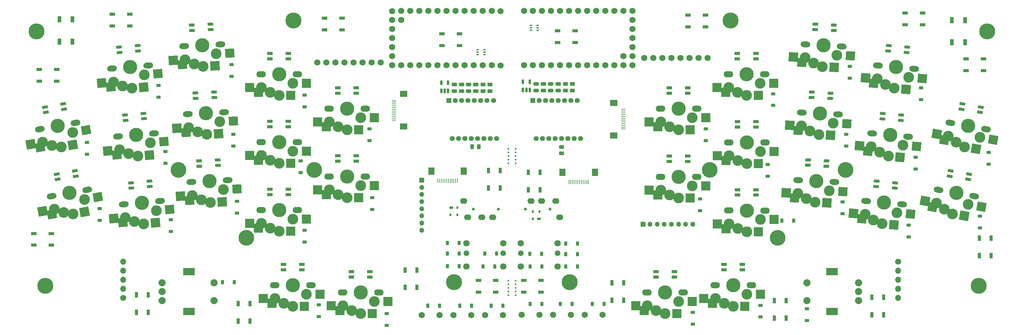
<source format=gbr>
%TF.GenerationSoftware,KiCad,Pcbnew,(7.0.0)*%
%TF.CreationDate,2023-02-20T10:05:00+01:00*%
%TF.ProjectId,wired-split,77697265-642d-4737-906c-69742e6b6963,rev?*%
%TF.SameCoordinates,Original*%
%TF.FileFunction,Soldermask,Bot*%
%TF.FilePolarity,Negative*%
%FSLAX46Y46*%
G04 Gerber Fmt 4.6, Leading zero omitted, Abs format (unit mm)*
G04 Created by KiCad (PCBNEW (7.0.0)) date 2023-02-20 10:05:00*
%MOMM*%
%LPD*%
G01*
G04 APERTURE LIST*
G04 Aperture macros list*
%AMRoundRect*
0 Rectangle with rounded corners*
0 $1 Rounding radius*
0 $2 $3 $4 $5 $6 $7 $8 $9 X,Y pos of 4 corners*
0 Add a 4 corners polygon primitive as box body*
4,1,4,$2,$3,$4,$5,$6,$7,$8,$9,$2,$3,0*
0 Add four circle primitives for the rounded corners*
1,1,$1+$1,$2,$3*
1,1,$1+$1,$4,$5*
1,1,$1+$1,$6,$7*
1,1,$1+$1,$8,$9*
0 Add four rect primitives between the rounded corners*
20,1,$1+$1,$2,$3,$4,$5,0*
20,1,$1+$1,$4,$5,$6,$7,0*
20,1,$1+$1,$6,$7,$8,$9,0*
20,1,$1+$1,$8,$9,$2,$3,0*%
%AMHorizOval*
0 Thick line with rounded ends*
0 $1 width*
0 $2 $3 position (X,Y) of the first rounded end (center of the circle)*
0 $4 $5 position (X,Y) of the second rounded end (center of the circle)*
0 Add line between two ends*
20,1,$1,$2,$3,$4,$5,0*
0 Add two circle primitives to create the rounded ends*
1,1,$1,$2,$3*
1,1,$1,$4,$5*%
%AMRotRect*
0 Rectangle, with rotation*
0 The origin of the aperture is its center*
0 $1 length*
0 $2 width*
0 $3 Rotation angle, in degrees counterclockwise*
0 Add horizontal line*
21,1,$1,$2,0,0,$3*%
G04 Aperture macros list end*
%ADD10C,4.500000*%
%ADD11RoundRect,0.082000X-0.699850X0.365128X-0.734182X-0.289973X0.699850X-0.365128X0.734182X0.289973X0*%
%ADD12RoundRect,0.082000X-0.718000X0.328000X-0.718000X-0.328000X0.718000X-0.328000X0.718000X0.328000X0*%
%ADD13RoundRect,0.082000X-0.734182X0.289973X-0.699850X-0.365128X0.734182X-0.289973X0.699850X0.365128X0*%
%ADD14RoundRect,0.082000X-0.686681X0.389330X-0.743855X-0.264174X0.686681X-0.389330X0.743855X0.264174X0*%
%ADD15RoundRect,0.082000X-0.743855X0.264174X-0.686681X-0.389330X0.743855X-0.264174X0.686681X0.389330X0*%
%ADD16RoundRect,0.082000X-0.650135X0.447696X-0.764049X-0.198338X0.650135X-0.447696X0.764049X0.198338X0*%
%ADD17RoundRect,0.082000X-0.764049X0.198338X-0.650135X-0.447696X0.764049X-0.198338X0.650135X0.447696X0*%
%ADD18C,4.400000*%
%ADD19HorizOval,1.701800X-0.492404X0.086824X0.492404X-0.086824X0*%
%ADD20C,3.000000*%
%ADD21C,3.987800*%
%ADD22RotRect,2.550000X2.500000X170.000000*%
%ADD23RotRect,2.600000X2.600000X170.000000*%
%ADD24C,2.000000*%
%ADD25R,3.200000X2.000000*%
%ADD26R,1.350000X1.350000*%
%ADD27O,1.350000X1.350000*%
%ADD28HorizOval,1.701800X-0.498097X-0.043578X0.498097X0.043578X0*%
%ADD29RotRect,2.550000X2.500000X185.000000*%
%ADD30RotRect,2.600000X2.600000X185.000000*%
%ADD31C,1.752600*%
%ADD32C,0.500000*%
%ADD33HorizOval,1.701800X-0.499315X-0.026168X0.499315X0.026168X0*%
%ADD34RotRect,2.550000X2.500000X183.000000*%
%ADD35RotRect,2.600000X2.600000X183.000000*%
%ADD36O,2.701800X1.701800*%
%ADD37R,2.550000X2.500000*%
%ADD38R,2.600000X2.600000*%
%ADD39C,1.700000*%
%ADD40O,1.700000X1.700000*%
%ADD41HorizOval,1.701800X-0.498097X0.043578X0.498097X-0.043578X0*%
%ADD42RotRect,2.550000X2.500000X175.000000*%
%ADD43RotRect,2.600000X2.600000X175.000000*%
%ADD44HorizOval,1.701800X-0.499315X0.026168X0.499315X-0.026168X0*%
%ADD45RotRect,2.550000X2.500000X177.000000*%
%ADD46RotRect,2.600000X2.600000X177.000000*%
%ADD47C,1.800000*%
%ADD48C,1.600000*%
%ADD49C,0.800000*%
%ADD50O,2.000000X1.600000*%
%ADD51HorizOval,1.701800X-0.492404X-0.086824X0.492404X0.086824X0*%
%ADD52RotRect,2.550000X2.500000X190.000000*%
%ADD53RotRect,2.600000X2.600000X190.000000*%
%ADD54RoundRect,0.225000X-0.375000X0.225000X-0.375000X-0.225000X0.375000X-0.225000X0.375000X0.225000X0*%
%ADD55RoundRect,0.250000X-0.450000X0.262500X-0.450000X-0.262500X0.450000X-0.262500X0.450000X0.262500X0*%
%ADD56RoundRect,0.225000X-0.225000X-0.375000X0.225000X-0.375000X0.225000X0.375000X-0.225000X0.375000X0*%
%ADD57RoundRect,0.250000X0.475000X-0.250000X0.475000X0.250000X-0.475000X0.250000X-0.475000X-0.250000X0*%
%ADD58R,0.900000X1.500000*%
%ADD59RoundRect,0.250000X-0.475000X0.250000X-0.475000X-0.250000X0.475000X-0.250000X0.475000X0.250000X0*%
%ADD60R,1.500000X0.900000*%
%ADD61RoundRect,0.225000X0.225000X0.375000X-0.225000X0.375000X-0.225000X-0.375000X0.225000X-0.375000X0*%
%ADD62R,0.650000X0.400000*%
%ADD63R,0.280000X1.250000*%
%ADD64R,1.800000X2.000000*%
%ADD65R,1.250000X0.280000*%
%ADD66R,2.000000X1.800000*%
%ADD67R,1.000000X0.700000*%
%ADD68R,0.600000X0.700000*%
%ADD69RoundRect,0.250000X0.450000X-0.262500X0.450000X0.262500X-0.450000X0.262500X-0.450000X-0.262500X0*%
%ADD70R,1.100000X1.800000*%
%ADD71R,1.400000X1.400000*%
%ADD72C,1.400000*%
%ADD73RoundRect,0.250000X0.262500X0.450000X-0.262500X0.450000X-0.262500X-0.450000X0.262500X-0.450000X0*%
%ADD74RoundRect,0.150000X0.150000X-0.512500X0.150000X0.512500X-0.150000X0.512500X-0.150000X-0.512500X0*%
G04 APERTURE END LIST*
D10*
%TO.C,*%
X84328000Y-156464000D03*
%TD*%
D11*
%TO.C,D84*%
X298290533Y-121139545D03*
X298212029Y-122637490D03*
X303404902Y-122909637D03*
X303483406Y-121411692D03*
%TD*%
D12*
%TO.C,D36*%
X147316505Y-129379287D03*
X147316505Y-130879287D03*
X152516505Y-130879287D03*
X152516505Y-129379287D03*
%TD*%
D11*
%TO.C,D62*%
X299325039Y-102142980D03*
X299246535Y-103640925D03*
X304439408Y-103913072D03*
X304517912Y-102415127D03*
%TD*%
D12*
%TO.C,D26*%
X147316505Y-91279287D03*
X147316505Y-92779287D03*
X152516505Y-92779287D03*
X152516505Y-91279287D03*
%TD*%
D11*
%TO.C,D68*%
X300331187Y-83061765D03*
X300252683Y-84559710D03*
X305445556Y-84831857D03*
X305524060Y-83333912D03*
%TD*%
D13*
%TO.C,D29*%
X125432950Y-83327350D03*
X125511454Y-84825295D03*
X130704327Y-84553148D03*
X130625823Y-83055203D03*
%TD*%
D12*
%TO.C,D33*%
X166366505Y-119965287D03*
X166366505Y-121465287D03*
X171566505Y-121465287D03*
X171566505Y-119965287D03*
%TD*%
D14*
%TO.C,D56*%
X317501872Y-127104689D03*
X317371138Y-128598981D03*
X322551351Y-129052191D03*
X322682084Y-127557899D03*
%TD*%
D15*
%TO.C,D23*%
X106694677Y-108555130D03*
X106825410Y-110049422D03*
X112005623Y-109596212D03*
X111874889Y-108101920D03*
%TD*%
D12*
%TO.C,D70*%
X255582505Y-152515903D03*
X255582505Y-154015903D03*
X260782505Y-154015903D03*
X260782505Y-152515903D03*
%TD*%
D15*
%TO.C,D32*%
X105024281Y-89528077D03*
X105155014Y-91022369D03*
X110335227Y-90569159D03*
X110204493Y-89074867D03*
%TD*%
D13*
%TO.C,D40*%
X127462714Y-121430780D03*
X127541218Y-122928725D03*
X132734091Y-122656578D03*
X132655587Y-121158633D03*
%TD*%
D12*
%TO.C,D30*%
X147316505Y-110329287D03*
X147316505Y-111829287D03*
X152516505Y-111829287D03*
X152516505Y-110329287D03*
%TD*%
D16*
%TO.C,D83*%
X338287670Y-124227760D03*
X338027197Y-125704971D03*
X343148198Y-126607942D03*
X343408670Y-125130730D03*
%TD*%
D12*
%TO.C,D31*%
X170184505Y-152509287D03*
X170184505Y-154009287D03*
X175384505Y-154009287D03*
X175384505Y-152509287D03*
%TD*%
%TO.C,D69*%
X278472351Y-110407938D03*
X278472351Y-111907938D03*
X283672351Y-111907938D03*
X283672351Y-110407938D03*
%TD*%
D16*
%TO.C,D81*%
X341594374Y-105432888D03*
X341333901Y-106910099D03*
X346454902Y-107813070D03*
X346715374Y-106335858D03*
%TD*%
D13*
%TO.C,D27*%
X126452090Y-102377149D03*
X126530594Y-103875094D03*
X131723467Y-103602947D03*
X131644963Y-102105002D03*
%TD*%
D12*
%TO.C,D82*%
X278463509Y-129514011D03*
X278463509Y-131014011D03*
X283663509Y-131014011D03*
X283663509Y-129514011D03*
%TD*%
D17*
%TO.C,D39*%
X87539636Y-125125343D03*
X87800108Y-126602555D03*
X92921109Y-125699584D03*
X92660636Y-124222373D03*
%TD*%
D15*
%TO.C,D24*%
X108340439Y-127575363D03*
X108471172Y-129069655D03*
X113651385Y-128616445D03*
X113520651Y-127122153D03*
%TD*%
D12*
%TO.C,D22*%
X166366505Y-100915287D03*
X166366505Y-102415287D03*
X171566505Y-102415287D03*
X171566505Y-100915287D03*
%TD*%
%TO.C,D76*%
X259342504Y-120061217D03*
X259342504Y-121561217D03*
X264542504Y-121561217D03*
X264542504Y-120061217D03*
%TD*%
%TO.C,D61*%
X278422505Y-91285903D03*
X278422505Y-92785903D03*
X283622505Y-92785903D03*
X283622505Y-91285903D03*
%TD*%
D14*
%TO.C,D55*%
X319206808Y-108126314D03*
X319076074Y-109620606D03*
X324256287Y-110073816D03*
X324387020Y-108579524D03*
%TD*%
D12*
%TO.C,D63*%
X274662505Y-150477287D03*
X274662505Y-151977287D03*
X279862505Y-151977287D03*
X279862505Y-150477287D03*
%TD*%
D17*
%TO.C,D35*%
X84237636Y-106329343D03*
X84498108Y-107806555D03*
X89619109Y-106903584D03*
X89358636Y-105426373D03*
%TD*%
D12*
%TO.C,D54*%
X259342505Y-100921903D03*
X259342505Y-102421903D03*
X264542505Y-102421903D03*
X264542505Y-100921903D03*
%TD*%
D14*
%TO.C,D75*%
X320860517Y-89081410D03*
X320729783Y-90575702D03*
X325909996Y-91028912D03*
X326040729Y-89534620D03*
%TD*%
D12*
%TO.C,D28*%
X151134505Y-150477287D03*
X151134505Y-151977287D03*
X156334505Y-151977287D03*
X156334505Y-150477287D03*
%TD*%
D18*
%TO.C,REF\u002A\u002A*%
X121666000Y-123952000D03*
X140716000Y-143002000D03*
X159766000Y-123952000D03*
%TD*%
D19*
%TO.C,SW22*%
X344837936Y-131306707D03*
D20*
X343146852Y-133583685D03*
X338799645Y-136283119D03*
D21*
X339832851Y-130423513D03*
D20*
X336452257Y-134982431D03*
X334260582Y-133245462D03*
D19*
X334832977Y-129538540D03*
D22*
X333197471Y-134411883D03*
D23*
X331035335Y-132676763D03*
D22*
X346898969Y-134245284D03*
D23*
X342024890Y-136851816D03*
%TD*%
D24*
%TO.C,SW39*%
X312442505Y-160585287D03*
X312442505Y-155585287D03*
X312442505Y-158085287D03*
D25*
X304942504Y-163685286D03*
X304942504Y-152485286D03*
D24*
X297942505Y-155585287D03*
X297942505Y-160585287D03*
%TD*%
D26*
%TO.C,J9*%
X189913095Y-126857999D03*
D27*
X189913095Y-128857999D03*
X189913095Y-130857999D03*
X189913095Y-132857999D03*
X189913095Y-134857999D03*
X189913095Y-136857999D03*
X189913095Y-138857999D03*
X189913095Y-140857999D03*
%TD*%
D28*
%TO.C,SW6*%
X114853914Y-113697534D03*
D20*
X113809778Y-116334611D03*
X110309363Y-120067204D03*
D21*
X109790786Y-114139846D03*
D20*
X107705318Y-119418385D03*
X105138762Y-118307849D03*
D28*
X104732231Y-114579090D03*
D29*
X104413767Y-119709678D03*
D30*
X101876223Y-118593283D03*
D29*
X117605279Y-116002547D03*
D30*
X113571901Y-119781768D03*
%TD*%
D31*
%TO.C,SW27*%
X217902505Y-164581287D03*
X222902505Y-164581287D03*
%TD*%
D32*
%TO.C,mouse-bite-2mm-slot*%
X214226505Y-118049287D03*
X214226505Y-119065287D03*
X214226505Y-120081287D03*
X214226505Y-121097287D03*
X214226505Y-122113287D03*
X216258505Y-118049287D03*
X216258505Y-119065287D03*
X216258505Y-120081287D03*
X216258505Y-121097287D03*
X216258505Y-122113287D03*
%TD*%
D33*
%TO.C,SW11*%
X135437513Y-126854805D03*
D20*
X134301981Y-129453836D03*
X130673432Y-133061992D03*
D21*
X130362033Y-127120147D03*
D20*
X128093617Y-132322688D03*
X125567381Y-131123258D03*
D33*
X125291230Y-127382583D03*
D34*
X124793905Y-132498930D03*
D35*
X122296868Y-131294657D03*
D34*
X138106758Y-129254435D03*
D35*
X133943944Y-132890591D03*
%TD*%
D36*
%TO.C,SW13*%
X154996504Y-97113247D03*
D20*
X153726505Y-99649287D03*
X149914093Y-103062595D03*
D21*
X149914093Y-97112595D03*
D20*
X147376505Y-102189287D03*
X144916505Y-100859287D03*
D36*
X144836504Y-97109286D03*
D37*
X144072092Y-102192594D03*
D38*
X141641504Y-100859286D03*
D37*
X157536504Y-99649286D03*
D38*
X153189093Y-103062594D03*
%TD*%
D31*
%TO.C,U7*%
X221059255Y-94617287D03*
X223599255Y-94617287D03*
X226139255Y-94617287D03*
X228679255Y-94617287D03*
X231219255Y-94617287D03*
X233759255Y-94617287D03*
X236299255Y-94617287D03*
X238839255Y-94617287D03*
X241379255Y-94617287D03*
X243919255Y-94617287D03*
X246459255Y-94617287D03*
X248999255Y-94597287D03*
X248999255Y-79377287D03*
X246459255Y-79377287D03*
X243919255Y-79377287D03*
X241379255Y-79377287D03*
X238839255Y-79377287D03*
X236299255Y-79377287D03*
X233759255Y-79377287D03*
X231219255Y-79377287D03*
X228679255Y-79377287D03*
X226139255Y-79377287D03*
X223599255Y-79377287D03*
X221059255Y-79377287D03*
X248999255Y-92077287D03*
X248999255Y-89537287D03*
X248999255Y-86997287D03*
X248999255Y-84457287D03*
X248999255Y-81917287D03*
X246459255Y-92077287D03*
X218629255Y-94597287D03*
X218629255Y-79357287D03*
%TD*%
D10*
%TO.C,*%
X231394000Y-155448000D03*
%TD*%
%TO.C,*%
X348488000Y-85090000D03*
%TD*%
D18*
%TO.C,REF\u002A\u002A*%
X270666000Y-123952000D03*
X289716000Y-143002000D03*
X308766000Y-123952000D03*
%TD*%
D10*
%TO.C,*%
X81900000Y-85090000D03*
%TD*%
D31*
%TO.C,SW35*%
X235650505Y-164581287D03*
X240650505Y-164581287D03*
%TD*%
%TO.C,SW8*%
X207670505Y-164689287D03*
X212670505Y-164689287D03*
%TD*%
D24*
%TO.C,SW21*%
X117128505Y-155585287D03*
X117128505Y-160585287D03*
X117128505Y-158085287D03*
D25*
X124628504Y-152485286D03*
X124628504Y-163685286D03*
D24*
X131628505Y-160585287D03*
X131628505Y-155585287D03*
%TD*%
D31*
%TO.C,SW16*%
X189922505Y-164689287D03*
X194922505Y-164689287D03*
%TD*%
D36*
%TO.C,SW3*%
X158814504Y-156311247D03*
D20*
X157544505Y-158847287D03*
X153732093Y-162260595D03*
D21*
X153732093Y-156310595D03*
D20*
X151194505Y-161387287D03*
X148734505Y-160057287D03*
D36*
X148654504Y-156307286D03*
D37*
X147890092Y-161390594D03*
D38*
X145459504Y-160057286D03*
D37*
X161354504Y-158847286D03*
D38*
X157007093Y-162260594D03*
%TD*%
D10*
%TO.C,*%
X346116000Y-156464000D03*
%TD*%
D39*
%TO.C,U5*%
X106214505Y-159863287D03*
D40*
X106214504Y-157323286D03*
X106214504Y-154783286D03*
X106214504Y-152243286D03*
X106214504Y-149703286D03*
%TD*%
D36*
%TO.C,SW33*%
X286152350Y-116241898D03*
D20*
X284882351Y-118777938D03*
X281069939Y-122191246D03*
D21*
X281069939Y-116241246D03*
D20*
X278532351Y-121317938D03*
X276072351Y-119987938D03*
D36*
X275992350Y-116237937D03*
D37*
X275227938Y-121321245D03*
D38*
X272797350Y-119987937D03*
D37*
X288692350Y-118777937D03*
D38*
X284344939Y-122191245D03*
%TD*%
D41*
%TO.C,SW25*%
X326349119Y-114607430D03*
D20*
X324862922Y-117023132D03*
X320767528Y-120091178D03*
D21*
X321286105Y-114163819D03*
D20*
X318315710Y-119000027D03*
X315980988Y-117460685D03*
D41*
X316228126Y-113717982D03*
D42*
X315023583Y-118715323D03*
D43*
X312718450Y-117175249D03*
D42*
X328658423Y-117355194D03*
D43*
X324030066Y-120376612D03*
%TD*%
D41*
%TO.C,SW26*%
X324644183Y-133585805D03*
D20*
X323157986Y-136001507D03*
X319062592Y-139069553D03*
D21*
X319581169Y-133142194D03*
D20*
X316610774Y-137978402D03*
X314276052Y-136439060D03*
D41*
X314523190Y-132696357D03*
D42*
X313318647Y-137693698D03*
D43*
X311013514Y-136153624D03*
D42*
X326953487Y-136333569D03*
D43*
X322325130Y-139354987D03*
%TD*%
D36*
%TO.C,SW34*%
X286143508Y-135347971D03*
D20*
X284873509Y-137884011D03*
X281061097Y-141297319D03*
D21*
X281061097Y-135347319D03*
D20*
X278523509Y-140424011D03*
X276063509Y-139094011D03*
D36*
X275983508Y-135344010D03*
D37*
X275219096Y-140427318D03*
D38*
X272788508Y-139094010D03*
D37*
X288683508Y-137884010D03*
D38*
X284336097Y-141297318D03*
%TD*%
D32*
%TO.C,mouse-bite-2mm-slot*%
X214226505Y-155049287D03*
X214226505Y-156065287D03*
X214226505Y-157081287D03*
X214226505Y-158097287D03*
X214226505Y-159113287D03*
X216258505Y-155049287D03*
X216258505Y-156065287D03*
X216258505Y-157081287D03*
X216258505Y-158097287D03*
X216258505Y-159113287D03*
%TD*%
D36*
%TO.C,SW19*%
X177864504Y-158343247D03*
D20*
X176594505Y-160879287D03*
X172782093Y-164292595D03*
D21*
X172782093Y-158342595D03*
D20*
X170244505Y-163419287D03*
X167784505Y-162089287D03*
D36*
X167704504Y-158339286D03*
D37*
X166940092Y-163422594D03*
D38*
X164509504Y-162089286D03*
D37*
X180404504Y-160879286D03*
D38*
X176057093Y-164292594D03*
%TD*%
D31*
%TO.C,J1*%
X160584504Y-93857300D03*
X163124506Y-93857301D03*
X165664504Y-93857300D03*
X168204504Y-93857300D03*
X170744505Y-93857301D03*
X173284505Y-93857302D03*
X175824505Y-93857301D03*
X178364504Y-93857301D03*
%TD*%
D41*
%TO.C,SW24*%
X328002828Y-95562526D03*
D20*
X326516631Y-97978228D03*
X322421237Y-101046274D03*
D21*
X322939814Y-95118915D03*
D20*
X319969419Y-99955123D03*
X317634697Y-98415781D03*
D41*
X317881835Y-94673078D03*
D42*
X316677292Y-99670419D03*
D43*
X314372159Y-98130345D03*
D42*
X330312132Y-98310290D03*
D43*
X325683775Y-101331708D03*
%TD*%
D36*
%TO.C,SW23*%
X282342504Y-156311247D03*
D20*
X281072505Y-158847287D03*
X277260093Y-162260595D03*
D21*
X277260093Y-156310595D03*
D20*
X274722505Y-161387287D03*
X272262505Y-160057287D03*
D36*
X272182504Y-156307286D03*
D37*
X271418092Y-161390594D03*
D38*
X268987504Y-160057286D03*
D37*
X284882504Y-158847286D03*
D38*
X280535093Y-162260594D03*
%TD*%
D28*
%TO.C,SW7*%
X116499676Y-132717767D03*
D20*
X115455540Y-135354844D03*
X111955125Y-139087437D03*
D21*
X111436548Y-133160079D03*
D20*
X109351080Y-138438618D03*
X106784524Y-137328082D03*
D28*
X106377993Y-133599323D03*
D29*
X106059529Y-138729911D03*
D30*
X103521985Y-137613516D03*
D29*
X119251041Y-135022780D03*
D30*
X115217663Y-138802001D03*
%TD*%
D36*
%TO.C,SW38*%
X263262504Y-158349863D03*
D20*
X261992505Y-160885903D03*
X258180093Y-164299211D03*
D21*
X258180093Y-158349211D03*
D20*
X255642505Y-163425903D03*
X253182505Y-162095903D03*
D36*
X253102504Y-158345902D03*
D37*
X252338092Y-163429210D03*
D38*
X249907504Y-162095902D03*
D37*
X265802504Y-160885902D03*
D38*
X261455093Y-164299210D03*
%TD*%
D44*
%TO.C,SW29*%
X306689187Y-108370885D03*
D20*
X305288202Y-110836983D03*
X301302376Y-114046087D03*
D21*
X301613775Y-108104241D03*
D20*
X298813971Y-113041169D03*
X296426949Y-111584245D03*
D44*
X296543318Y-107835196D03*
D45*
X295513914Y-112871532D03*
D46*
X293156437Y-111412844D03*
D45*
X309092980Y-111036382D03*
D46*
X304572888Y-114217486D03*
%TD*%
D47*
%TO.C,HAT2*%
X227992505Y-151039287D03*
D48*
X227992505Y-147339287D03*
D47*
X227992505Y-144539287D03*
X217692505Y-144539287D03*
D48*
X217692505Y-147339287D03*
D47*
X217692505Y-151039287D03*
%TD*%
D33*
%TO.C,SW10*%
X134426889Y-107801174D03*
D20*
X133291357Y-110400205D03*
X129662808Y-114008361D03*
D21*
X129351409Y-108066516D03*
D20*
X127082993Y-113269057D03*
X124556757Y-112069627D03*
D33*
X124280606Y-108328952D03*
D34*
X123783281Y-113445299D03*
D35*
X121286244Y-112241026D03*
D34*
X137096134Y-110200804D03*
D35*
X132933320Y-113836960D03*
%TD*%
D36*
%TO.C,SW36*%
X267022504Y-106755863D03*
D20*
X265752505Y-109291903D03*
X261940093Y-112705211D03*
D21*
X261940093Y-106755211D03*
D20*
X259402505Y-111831903D03*
X256942505Y-110501903D03*
D36*
X256862504Y-106751902D03*
D37*
X256098092Y-111835210D03*
D38*
X253667504Y-110501902D03*
D37*
X269562504Y-109291902D03*
D38*
X265215093Y-112705210D03*
%TD*%
D19*
%TO.C,SW4*%
X348144640Y-112511835D03*
D20*
X346453556Y-114788813D03*
X342106349Y-117488247D03*
D21*
X343139555Y-111628641D03*
D20*
X339758961Y-116187559D03*
X337567286Y-114450590D03*
D19*
X338139681Y-110743668D03*
D22*
X336504175Y-115617011D03*
D23*
X334342039Y-113881891D03*
D22*
X350205673Y-115450412D03*
D23*
X345331594Y-118056944D03*
%TD*%
D31*
%TO.C,SW31*%
X226776505Y-164581287D03*
X231776505Y-164581287D03*
%TD*%
D44*
%TO.C,SW28*%
X307695335Y-89289670D03*
D20*
X306294350Y-91755768D03*
X302308524Y-94964872D03*
D21*
X302619923Y-89023026D03*
D20*
X299820119Y-93959954D03*
X297433097Y-92503030D03*
D44*
X297549466Y-88753981D03*
D45*
X296520062Y-93790317D03*
D46*
X294162585Y-92331629D03*
D45*
X310099128Y-91955167D03*
D46*
X305579036Y-95136271D03*
%TD*%
D36*
%TO.C,SW18*%
X174046504Y-125799247D03*
D20*
X172776505Y-128335287D03*
X168964093Y-131748595D03*
D21*
X168964093Y-125798595D03*
D20*
X166426505Y-130875287D03*
X163966505Y-129545287D03*
D36*
X163886504Y-125795286D03*
D37*
X163122092Y-130878594D03*
D38*
X160691504Y-129545286D03*
D37*
X176586504Y-128335286D03*
D38*
X172239093Y-131748594D03*
%TD*%
D36*
%TO.C,SW32*%
X286102504Y-97119863D03*
D20*
X284832505Y-99655903D03*
X281020093Y-103069211D03*
D21*
X281020093Y-97119211D03*
D20*
X278482505Y-102195903D03*
X276022505Y-100865903D03*
D36*
X275942504Y-97115902D03*
D37*
X275178092Y-102199210D03*
D38*
X272747504Y-100865902D03*
D37*
X288642504Y-99655902D03*
D38*
X284295093Y-103069210D03*
%TD*%
D10*
%TO.C,*%
X199014000Y-155448000D03*
%TD*%
D28*
%TO.C,SW5*%
X113183518Y-94670481D03*
D20*
X112139382Y-97307558D03*
X108638967Y-101040151D03*
D21*
X108120390Y-95112793D03*
D20*
X106034922Y-100391332D03*
X103468366Y-99280796D03*
D28*
X103061835Y-95552037D03*
D29*
X102743371Y-100682625D03*
D30*
X100205827Y-99566230D03*
D29*
X115934883Y-96975494D03*
D30*
X111901505Y-100754715D03*
%TD*%
D36*
%TO.C,SW17*%
X174046504Y-106749247D03*
D20*
X172776505Y-109285287D03*
X168964093Y-112698595D03*
D21*
X168964093Y-106748595D03*
D20*
X166426505Y-111825287D03*
X163966505Y-110495287D03*
D36*
X163886504Y-106745286D03*
D37*
X163122092Y-111828594D03*
D38*
X160691504Y-110495286D03*
D37*
X176586504Y-109285286D03*
D38*
X172239093Y-112698594D03*
%TD*%
D10*
%TO.C,*%
X153924000Y-82042000D03*
%TD*%
D49*
%TO.C,J2*%
X211384505Y-134971287D03*
X204384505Y-134971287D03*
D50*
X206784504Y-137271286D03*
X209784504Y-137271286D03*
X201684504Y-132671286D03*
X202784504Y-137271286D03*
%TD*%
D51*
%TO.C,SW1*%
X92814015Y-110741054D03*
D20*
X92003689Y-113459099D03*
X88841911Y-117482570D03*
D21*
X87808704Y-111622964D03*
D20*
X86191226Y-117063177D03*
X83537647Y-116180557D03*
D51*
X82807681Y-112501419D03*
D52*
X82937589Y-117640239D03*
D53*
X80312401Y-116749254D03*
D52*
X95755805Y-112797499D03*
D53*
X92067156Y-116913871D03*
%TD*%
D39*
%TO.C,U6*%
X323542505Y-149703287D03*
D40*
X323542504Y-152243286D03*
X323542504Y-154783286D03*
X323542504Y-157323286D03*
X323542504Y-159863286D03*
%TD*%
D36*
%TO.C,SW14*%
X154996504Y-116163247D03*
D20*
X153726505Y-118699287D03*
X149914093Y-122112595D03*
D21*
X149914093Y-116162595D03*
D20*
X147376505Y-121239287D03*
X144916505Y-119909287D03*
D36*
X144836504Y-116159286D03*
D37*
X144072092Y-121242594D03*
D38*
X141641504Y-119909286D03*
D37*
X157536504Y-118699286D03*
D38*
X153189093Y-122112594D03*
%TD*%
D36*
%TO.C,SW15*%
X154996504Y-135213247D03*
D20*
X153726505Y-137749287D03*
X149914093Y-141162595D03*
D21*
X149914093Y-135212595D03*
D20*
X147376505Y-140289287D03*
X144916505Y-138959287D03*
D36*
X144836504Y-135209286D03*
D37*
X144072092Y-140292594D03*
D38*
X141641504Y-138959286D03*
D37*
X157536504Y-137749286D03*
D38*
X153189093Y-141162594D03*
%TD*%
D36*
%TO.C,SW37*%
X267022503Y-125895177D03*
D20*
X265752504Y-128431217D03*
X261940092Y-131844525D03*
D21*
X261940092Y-125894525D03*
D20*
X259402504Y-130971217D03*
X256942504Y-129641217D03*
D36*
X256862503Y-125891216D03*
D37*
X256098091Y-130974524D03*
D38*
X253667503Y-129641216D03*
D37*
X269562503Y-128431216D03*
D38*
X265215092Y-131844524D03*
%TD*%
D26*
%TO.C,J10*%
X251937999Y-139191999D03*
D27*
X253937999Y-139191999D03*
X255937999Y-139191999D03*
X257937999Y-139191999D03*
X259937999Y-139191999D03*
X261937999Y-139191999D03*
X263937999Y-139191999D03*
X265937999Y-139191999D03*
%TD*%
D44*
%TO.C,SW30*%
X305654681Y-127367450D03*
D20*
X304253696Y-129833548D03*
X300267870Y-133042652D03*
D21*
X300579269Y-127100806D03*
D20*
X297779465Y-132037734D03*
X295392443Y-130580810D03*
D44*
X295508812Y-126831761D03*
D45*
X294479408Y-131868097D03*
D46*
X292121931Y-130409409D03*
D45*
X308058474Y-130032947D03*
D46*
X303538382Y-133214051D03*
%TD*%
D31*
%TO.C,J7*%
X252282504Y-92581286D03*
X254822506Y-92581287D03*
X257362504Y-92581286D03*
X259902504Y-92581286D03*
X262442505Y-92581287D03*
X264982505Y-92581288D03*
X267522505Y-92581287D03*
X270062504Y-92581287D03*
%TD*%
D10*
%TO.C,*%
X276508000Y-82042000D03*
%TD*%
D49*
%TO.C,J5*%
X218930005Y-134971287D03*
X225930005Y-134971287D03*
D50*
X223530004Y-132671286D03*
X220530004Y-132671286D03*
X228630004Y-137271286D03*
X227530004Y-132671286D03*
%TD*%
D33*
%TO.C,SW9*%
X133407749Y-88751375D03*
D20*
X132272217Y-91350406D03*
X128643668Y-94958562D03*
D21*
X128332269Y-89016717D03*
D20*
X126063853Y-94219258D03*
X123537617Y-93019828D03*
D33*
X123261466Y-89279153D03*
D34*
X122764141Y-94395500D03*
D35*
X120267104Y-93191227D03*
D34*
X136076994Y-91151005D03*
D35*
X131914180Y-94787161D03*
%TD*%
D51*
%TO.C,SW2*%
X96116015Y-129537054D03*
D20*
X95305689Y-132255099D03*
X92143911Y-136278570D03*
D21*
X91110704Y-130418964D03*
D20*
X89493226Y-135859177D03*
X86839647Y-134976557D03*
D51*
X86109681Y-131297419D03*
D52*
X86239589Y-136436239D03*
D53*
X83614401Y-135545254D03*
D52*
X99057805Y-131593499D03*
D53*
X95369156Y-135709871D03*
%TD*%
D31*
%TO.C,U1*%
X209582505Y-79377287D03*
X207042505Y-79377287D03*
X204502505Y-79377287D03*
X201962505Y-79377287D03*
X199422505Y-79377287D03*
X196882505Y-79377287D03*
X194342505Y-79377287D03*
X191802505Y-79377287D03*
X189262505Y-79377287D03*
X186722505Y-79377287D03*
X184182505Y-79377287D03*
X181642505Y-79397287D03*
X181642505Y-94617287D03*
X184182505Y-94617287D03*
X186722505Y-94617287D03*
X189262505Y-94617287D03*
X191802505Y-94617287D03*
X194342505Y-94617287D03*
X196882505Y-94617287D03*
X199422505Y-94617287D03*
X201962505Y-94617287D03*
X204502505Y-94617287D03*
X207042505Y-94617287D03*
X209582505Y-94617287D03*
X181642505Y-81917287D03*
X181642505Y-84457287D03*
X181642505Y-86997287D03*
X181642505Y-89537287D03*
X181642505Y-92077287D03*
X184182505Y-81917287D03*
X212012505Y-79397287D03*
X212012505Y-94637287D03*
%TD*%
%TO.C,SW12*%
X198796505Y-164689287D03*
X203796505Y-164689287D03*
%TD*%
D54*
%TO.C,D80*%
X297942000Y-162942000D03*
X297942000Y-166242000D03*
%TD*%
D55*
%TO.C,R4*%
X232185331Y-99850500D03*
X232185331Y-101675500D03*
%TD*%
D54*
%TO.C,D10*%
X137060505Y-113931287D03*
X137060505Y-117231287D03*
%TD*%
%TO.C,D14*%
X155956000Y-121414000D03*
X155956000Y-124714000D03*
%TD*%
D56*
%TO.C,D89*%
X230292505Y-144581287D03*
X233592505Y-144581287D03*
%TD*%
D57*
%TO.C,C1*%
X205060505Y-101881287D03*
X205060505Y-99981287D03*
%TD*%
D58*
%TO.C,D38*%
X109910504Y-158981286D03*
X113210504Y-158981286D03*
X113210504Y-163881286D03*
X109910504Y-163881286D03*
%TD*%
D59*
%TO.C,C4*%
X199060505Y-99981287D03*
X199060505Y-101881287D03*
%TD*%
D54*
%TO.C,D11*%
X138060505Y-132781287D03*
X138060505Y-136081287D03*
%TD*%
D56*
%TO.C,D90*%
X220224803Y-147475493D03*
X223524803Y-147475493D03*
%TD*%
D54*
%TO.C,D1*%
X96060505Y-116281287D03*
X96060505Y-119581287D03*
%TD*%
D60*
%TO.C,D95*%
X330392504Y-79931286D03*
X330392504Y-83231286D03*
X325492504Y-83231286D03*
X325492504Y-79931286D03*
%TD*%
D54*
%TO.C,D53*%
X284942505Y-161931287D03*
X284942505Y-165231287D03*
%TD*%
D61*
%TO.C,D45*%
X210892505Y-147431287D03*
X207592505Y-147431287D03*
%TD*%
D54*
%TO.C,D65*%
X308942505Y-113931287D03*
X308942505Y-117231287D03*
%TD*%
D62*
%TO.C,U2*%
X205610504Y-91581286D03*
X205610504Y-90931286D03*
X205610504Y-90281286D03*
X207510504Y-90281286D03*
X207510504Y-90931286D03*
X207510504Y-91581286D03*
%TD*%
D58*
%TO.C,D99*%
X346292504Y-143131286D03*
X349592504Y-143131286D03*
X349592504Y-148031286D03*
X346292504Y-148031286D03*
%TD*%
D63*
%TO.C,J4*%
X194423392Y-126999999D03*
X194923392Y-126999999D03*
X195423392Y-126999999D03*
X195923392Y-126999999D03*
X196423392Y-126999999D03*
X196923392Y-126999999D03*
X197423392Y-126999999D03*
X197923392Y-126999999D03*
X198423392Y-126999999D03*
X198923392Y-126999999D03*
X199423392Y-126999999D03*
X199923392Y-126999999D03*
D64*
X201723392Y-124275999D03*
X192623392Y-124275999D03*
%TD*%
D65*
%TO.C,J3*%
X182117999Y-104449999D03*
X182117999Y-104949999D03*
X182117999Y-105449999D03*
X182117999Y-105949999D03*
X182117999Y-106449999D03*
X182117999Y-106949999D03*
X182117999Y-107449999D03*
X182117999Y-107949999D03*
X182117999Y-108449999D03*
X182117999Y-108949999D03*
X182117999Y-109449999D03*
X182117999Y-109949999D03*
D66*
X184841999Y-111749999D03*
X184841999Y-102649999D03*
%TD*%
D54*
%TO.C,D47*%
X348942505Y-119081287D03*
X348942505Y-122381287D03*
%TD*%
D58*
%TO.C,D100*%
X316142504Y-159681286D03*
X319442504Y-159681286D03*
X319442504Y-164581286D03*
X316142504Y-164581286D03*
%TD*%
D54*
%TO.C,D72*%
X286942505Y-122431287D03*
X286942505Y-125731287D03*
%TD*%
%TO.C,D17*%
X175242505Y-112431287D03*
X175242505Y-115731287D03*
%TD*%
%TO.C,D18*%
X176060505Y-131781287D03*
X176060505Y-135081287D03*
%TD*%
D60*
%TO.C,D25*%
X108010504Y-80281286D03*
X108010504Y-83581286D03*
X103110504Y-83581286D03*
X103110504Y-80281286D03*
%TD*%
D54*
%TO.C,D71*%
X288442505Y-102581287D03*
X288442505Y-105881287D03*
%TD*%
D56*
%TO.C,D86*%
X230292505Y-147581287D03*
X233592505Y-147581287D03*
%TD*%
D65*
%TO.C,J8*%
X246471999Y-112477999D03*
X246471999Y-111977999D03*
X246471999Y-111477999D03*
X246471999Y-110977999D03*
X246471999Y-110477999D03*
X246471999Y-109977999D03*
X246471999Y-109477999D03*
X246471999Y-108977999D03*
X246471999Y-108477999D03*
X246471999Y-107977999D03*
X246471999Y-107477999D03*
X246471999Y-106977999D03*
D66*
X243747999Y-105177999D03*
X243747999Y-114277999D03*
%TD*%
D61*
%TO.C,D44*%
X200435053Y-144431287D03*
X197135053Y-144431287D03*
%TD*%
D47*
%TO.C,HAT1*%
X202467053Y-151039287D03*
D48*
X202467053Y-147339287D03*
D47*
X202467053Y-144539287D03*
X212767053Y-144539287D03*
D48*
X212767053Y-147339287D03*
D47*
X212767053Y-151039287D03*
%TD*%
D55*
%TO.C,R6*%
X229153372Y-117496732D03*
X229153372Y-119321732D03*
%TD*%
D67*
%TO.C,D41*%
X198188504Y-134581286D03*
D68*
X199888504Y-134581286D03*
X199888504Y-136581286D03*
X197988504Y-136581286D03*
%TD*%
D54*
%TO.C,D66*%
X307942505Y-132931287D03*
X307942505Y-136231287D03*
%TD*%
D61*
%TO.C,D8*%
X212727902Y-162081287D03*
X209427902Y-162081287D03*
%TD*%
D69*
%TO.C,R2*%
X207060505Y-101843787D03*
X207060505Y-100018787D03*
%TD*%
D56*
%TO.C,D93*%
X220292505Y-151081287D03*
X223592505Y-151081287D03*
%TD*%
D54*
%TO.C,D9*%
X136560505Y-94431287D03*
X136560505Y-97731287D03*
%TD*%
D60*
%TO.C,D4*%
X195610504Y-89081286D03*
X195610504Y-85781286D03*
X200510504Y-85781286D03*
X200510504Y-89081286D03*
%TD*%
D61*
%TO.C,D74*%
X241092505Y-161581287D03*
X237792505Y-161581287D03*
%TD*%
D54*
%TO.C,D64*%
X309942505Y-94931287D03*
X309942505Y-98231287D03*
%TD*%
D61*
%TO.C,D42*%
X200435053Y-150931287D03*
X197135053Y-150931287D03*
%TD*%
D70*
%TO.C,SW40*%
X342292504Y-81937999D03*
X342292504Y-88137999D03*
X338592504Y-81937999D03*
X338592504Y-88137999D03*
%TD*%
D60*
%TO.C,D94*%
X223392504Y-154931286D03*
X223392504Y-158231286D03*
X218492504Y-158231286D03*
X218492504Y-154931286D03*
%TD*%
D57*
%TO.C,C6*%
X226060000Y-101693000D03*
X226060000Y-99793000D03*
%TD*%
D71*
%TO.C,U10*%
X221082504Y-104475286D03*
D72*
X222862505Y-104475287D03*
X224642505Y-104475287D03*
X226422505Y-104475287D03*
X228202505Y-104475287D03*
X229982505Y-104475287D03*
X231762505Y-104475287D03*
X233542505Y-104475287D03*
X234432505Y-115175287D03*
X232652505Y-115175287D03*
X230872505Y-115175287D03*
X229092505Y-115175287D03*
X227312505Y-115175287D03*
X225532505Y-115175287D03*
X223752505Y-115175287D03*
X221972505Y-115175287D03*
%TD*%
D56*
%TO.C,D73*%
X290958000Y-138176000D03*
X294258000Y-138176000D03*
%TD*%
D58*
%TO.C,D91*%
X243292504Y-155631286D03*
X246592504Y-155631286D03*
X246592504Y-160531286D03*
X243292504Y-160531286D03*
%TD*%
D54*
%TO.C,D15*%
X157060505Y-140931287D03*
X157060505Y-144231287D03*
%TD*%
D62*
%TO.C,U9*%
X222442504Y-83431286D03*
X222442504Y-84081286D03*
X222442504Y-84731286D03*
X220542504Y-84731286D03*
X220542504Y-84081286D03*
X220542504Y-83431286D03*
%TD*%
D55*
%TO.C,R1*%
X209060505Y-100018787D03*
X209060505Y-101843787D03*
%TD*%
D57*
%TO.C,C2*%
X203060505Y-101881287D03*
X203060505Y-99981287D03*
%TD*%
D54*
%TO.C,D57*%
X329942505Y-100931287D03*
X329942505Y-104231287D03*
%TD*%
D58*
%TO.C,D96*%
X219792504Y-124631286D03*
X223092504Y-124631286D03*
X223092504Y-129531286D03*
X219792504Y-129531286D03*
%TD*%
D60*
%TO.C,D50*%
X210692504Y-154931286D03*
X210692504Y-158231286D03*
X205792504Y-158231286D03*
X205792504Y-154931286D03*
%TD*%
%TO.C,D37*%
X86010504Y-141781286D03*
X86010504Y-145081286D03*
X81110504Y-145081286D03*
X81110504Y-141781286D03*
%TD*%
D54*
%TO.C,D7*%
X119560505Y-137931287D03*
X119560505Y-141231287D03*
%TD*%
%TO.C,D3*%
X161060505Y-161781287D03*
X161060505Y-165081287D03*
%TD*%
D57*
%TO.C,C3*%
X201060505Y-101881287D03*
X201060505Y-99981287D03*
%TD*%
D56*
%TO.C,D20*%
X134060505Y-155431287D03*
X137360505Y-155431287D03*
%TD*%
D73*
%TO.C,R3*%
X205885505Y-117445287D03*
X204060505Y-117445287D03*
%TD*%
D59*
%TO.C,C8*%
X224028000Y-99793000D03*
X224028000Y-101693000D03*
%TD*%
D57*
%TO.C,C5*%
X228159464Y-101694939D03*
X228159464Y-99794939D03*
%TD*%
D54*
%TO.C,D78*%
X267942505Y-132081287D03*
X267942505Y-135381287D03*
%TD*%
D61*
%TO.C,D16*%
X194892505Y-162081287D03*
X191592505Y-162081287D03*
%TD*%
D58*
%TO.C,D51*%
X185260504Y-152031286D03*
X188560504Y-152031286D03*
X188560504Y-156931286D03*
X185260504Y-156931286D03*
%TD*%
D60*
%TO.C,D21*%
X167549999Y-81407999D03*
X167549999Y-84707999D03*
X162649999Y-84707999D03*
X162649999Y-81407999D03*
%TD*%
D74*
%TO.C,U8*%
X220215691Y-101530500D03*
X219265691Y-101530500D03*
X218315691Y-101530500D03*
X218315691Y-99255500D03*
X220215691Y-99255500D03*
%TD*%
D71*
%TO.C,U4*%
X197564504Y-104475286D03*
D72*
X199344505Y-104475287D03*
X201124505Y-104475287D03*
X202904505Y-104475287D03*
X204684505Y-104475287D03*
X206464505Y-104475287D03*
X208244505Y-104475287D03*
X210024505Y-104475287D03*
X210914505Y-115175287D03*
X209134505Y-115175287D03*
X207354505Y-115175287D03*
X205574505Y-115175287D03*
X203794505Y-115175287D03*
X202014505Y-115175287D03*
X200234505Y-115175287D03*
X198454505Y-115175287D03*
%TD*%
D57*
%TO.C,C7*%
X222028000Y-101693000D03*
X222028000Y-99793000D03*
%TD*%
D61*
%TO.C,D46*%
X210392505Y-151081287D03*
X207092505Y-151081287D03*
%TD*%
D54*
%TO.C,D2*%
X99560505Y-134781287D03*
X99560505Y-138081287D03*
%TD*%
D58*
%TO.C,D52*%
X138410504Y-161481286D03*
X141710504Y-161481286D03*
X141710504Y-166381286D03*
X138410504Y-166381286D03*
%TD*%
%TO.C,D49*%
X208592504Y-124131286D03*
X211892504Y-124131286D03*
X211892504Y-129031286D03*
X208592504Y-129031286D03*
%TD*%
D56*
%TO.C,D85*%
X230292505Y-151081287D03*
X233592505Y-151081287D03*
%TD*%
D63*
%TO.C,J6*%
X231191395Y-127345999D03*
X231691395Y-127345999D03*
X232191395Y-127345999D03*
X232691395Y-127345999D03*
X233191395Y-127345999D03*
X233691395Y-127345999D03*
X234191395Y-127345999D03*
X234691395Y-127345999D03*
X235191395Y-127345999D03*
X235691395Y-127345999D03*
X236191395Y-127345999D03*
X236691395Y-127345999D03*
D64*
X238491395Y-124621999D03*
X229391395Y-124621999D03*
%TD*%
D54*
%TO.C,D77*%
X269592505Y-112431287D03*
X269592505Y-115731287D03*
%TD*%
D61*
%TO.C,D67*%
X232092505Y-161581287D03*
X228792505Y-161581287D03*
%TD*%
D74*
%TO.C,U3*%
X197303150Y-101752384D03*
X196353150Y-101752384D03*
X195403150Y-101752384D03*
X195403150Y-99477384D03*
X197303150Y-99477384D03*
%TD*%
D60*
%TO.C,D34*%
X87510504Y-95781286D03*
X87510504Y-99081286D03*
X82610504Y-99081286D03*
X82610504Y-95781286D03*
%TD*%
D61*
%TO.C,D60*%
X223592505Y-161581287D03*
X220292505Y-161581287D03*
%TD*%
%TO.C,D43*%
X200435053Y-147431287D03*
X197135053Y-147431287D03*
%TD*%
%TO.C,D12*%
X203892505Y-162081287D03*
X200592505Y-162081287D03*
%TD*%
D54*
%TO.C,D79*%
X265942505Y-163931287D03*
X265942505Y-167231287D03*
%TD*%
D58*
%TO.C,D87*%
X288792504Y-160631286D03*
X292092504Y-160631286D03*
X292092504Y-165531286D03*
X288792504Y-165531286D03*
%TD*%
D54*
%TO.C,D6*%
X118060505Y-118781287D03*
X118060505Y-122081287D03*
%TD*%
D69*
%TO.C,R5*%
X230185331Y-101675500D03*
X230185331Y-99850500D03*
%TD*%
D60*
%TO.C,D88*%
X232892504Y-84931286D03*
X232892504Y-88231286D03*
X227992504Y-88231286D03*
X227992504Y-84931286D03*
%TD*%
D54*
%TO.C,D5*%
X116060505Y-100281287D03*
X116060505Y-103581287D03*
%TD*%
D60*
%TO.C,D97*%
X347442504Y-92781286D03*
X347442504Y-96081286D03*
X342542504Y-96081286D03*
X342542504Y-92781286D03*
%TD*%
D54*
%TO.C,D48*%
X346442505Y-136931287D03*
X346442505Y-140231287D03*
%TD*%
D60*
%TO.C,D92*%
X269493999Y-80519999D03*
X269493999Y-83819999D03*
X264593999Y-83819999D03*
X264593999Y-80519999D03*
%TD*%
D67*
%TO.C,D98*%
X222745999Y-137651999D03*
D68*
X221045999Y-137651999D03*
X221045999Y-135651999D03*
X222945999Y-135651999D03*
%TD*%
D54*
%TO.C,D59*%
X326442505Y-139431287D03*
X326442505Y-142731287D03*
%TD*%
%TO.C,D58*%
X328442505Y-120431287D03*
X328442505Y-123731287D03*
%TD*%
%TO.C,D13*%
X157060505Y-102931287D03*
X157060505Y-106231287D03*
%TD*%
D70*
%TO.C,SW20*%
X88287999Y-87935999D03*
X88287999Y-81735999D03*
X91987999Y-87935999D03*
X91987999Y-81735999D03*
%TD*%
D54*
%TO.C,D19*%
X180060505Y-164281287D03*
X180060505Y-167581287D03*
%TD*%
M02*

</source>
